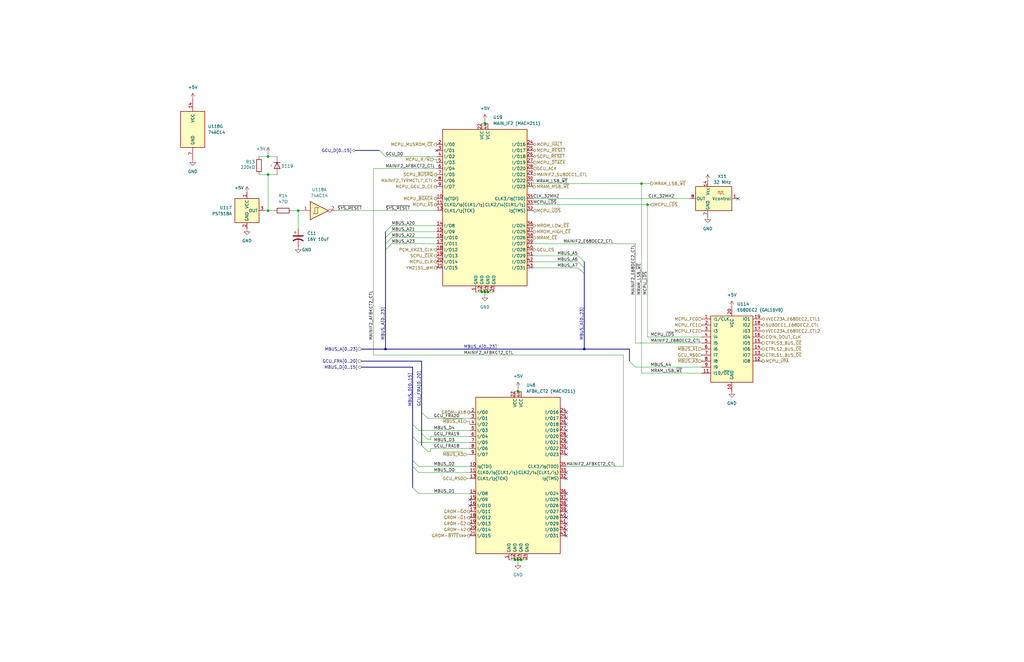
<source format=kicad_sch>
(kicad_sch (version 20231120) (generator "eeschema") (generator_version "8.0")
  (paper "B")
  (title_block (title "RA9704, Main IC and Bus Mgmt") (date "2024-12-30") (rev "003") (company "Coin-Op Collection") (comment 1 "Author: Brandon Arnold") (comment 2 "License: CC BY-NC-SA 4.0"))
  (lib_symbols
    (symbol "power:+5V" (power) (pin_numbers hide) (pin_names (offset 0) hide)
      (property "Value" "+5V" (at 0 3.556 0))
      (symbol "+5V_0_1"
        (polyline (pts (xy -0.762 1.27) (xy 0 2.54)))
        (polyline (pts (xy 0 0) (xy 0 2.54)))
        (polyline (pts (xy 0 2.54) (xy 0.762 1.27)))
      )
      (symbol "+5V_1_1"
        (pin power_in line (at 0 0 90) (length 0) (name "~") (number "1"))
      )
    )
    (symbol "power:GND" (power) (pin_numbers hide) (pin_names (offset 0) hide)
      (property "Value" "GND" (at 0 -3.81 0))
      (symbol "GND_0_1"
        (polyline (pts (xy 0 0) (xy 0 -1.27) (xy 1.27 -1.27) (xy 0 -2.54) (xy -1.27 -1.27) (xy 0 -1.27)))
      )
      (symbol "GND_1_1"
        (pin power_in line (at 0 0 270) (length 0) (name "~") (number "1"))
      )
    )
    (symbol "ra9704:74AC14" (pin_names (offset 1.016))
      (property "Reference" "U" (at 0 1.27 0))
      (property "Value" "74AC14" (at 0 -1.27 0))
      (symbol "74AC14_1_0"
        (polyline (pts (xy -3.81 3.81) (xy -3.81 -3.81) (xy 3.81 0) (xy -3.81 3.81)) (stroke (width 0.254)) (fill (type background)))
        (pin input line (at -7.62 0 0) (length 3.81) (name "~") (number "1"))
        (pin output inverted (at 7.62 0 180) (length 3.81) (name "~") (number "2"))
      )
      (symbol "74AC14_1_1"
        (polyline (pts (xy -1.905 -1.27) (xy -1.905 1.27) (xy -0.635 1.27)))
        (polyline (pts (xy -2.54 -1.27) (xy -0.635 -1.27) (xy -0.635 1.27) (xy 0 1.27)))
      )
      (symbol "74AC14_2_0"
        (polyline (pts (xy -3.81 3.81) (xy -3.81 -3.81) (xy 3.81 0) (xy -3.81 3.81)) (stroke (width 0.254)) (fill (type background)))
        (pin input line (at -7.62 0 0) (length 3.81) (name "~") (number "3"))
        (pin output inverted (at 7.62 0 180) (length 3.81) (name "~") (number "4"))
      )
      (symbol "74AC14_2_1"
        (polyline (pts (xy -1.905 -1.27) (xy -1.905 1.27) (xy -0.635 1.27)))
        (polyline (pts (xy -2.54 -1.27) (xy -0.635 -1.27) (xy -0.635 1.27) (xy 0 1.27)))
      )
      (symbol "74AC14_3_0"
        (polyline (pts (xy -3.81 3.81) (xy -3.81 -3.81) (xy 3.81 0) (xy -3.81 3.81)) (stroke (width 0.254)) (fill (type background)))
        (pin input line (at -7.62 0 0) (length 3.81) (name "~") (number "5"))
        (pin output inverted (at 7.62 0 180) (length 3.81) (name "~") (number "6"))
      )
      (symbol "74AC14_3_1"
        (polyline (pts (xy -1.905 -1.27) (xy -1.905 1.27) (xy -0.635 1.27)))
        (polyline (pts (xy -2.54 -1.27) (xy -0.635 -1.27) (xy -0.635 1.27) (xy 0 1.27)))
      )
      (symbol "74AC14_4_0"
        (polyline (pts (xy -3.81 3.81) (xy -3.81 -3.81) (xy 3.81 0) (xy -3.81 3.81)) (stroke (width 0.254)) (fill (type background)))
        (pin output inverted (at 7.62 0 180) (length 3.81) (name "~") (number "8"))
        (pin input line (at -7.62 0 0) (length 3.81) (name "~") (number "9"))
      )
      (symbol "74AC14_4_1"
        (polyline (pts (xy -1.905 -1.27) (xy -1.905 1.27) (xy -0.635 1.27)))
        (polyline (pts (xy -2.54 -1.27) (xy -0.635 -1.27) (xy -0.635 1.27) (xy 0 1.27)))
      )
      (symbol "74AC14_5_0"
        (polyline (pts (xy -3.81 3.81) (xy -3.81 -3.81) (xy 3.81 0) (xy -3.81 3.81)) (stroke (width 0.254)) (fill (type background)))
        (pin output inverted (at 7.62 0 180) (length 3.81) (name "~") (number "10"))
        (pin input line (at -7.62 0 0) (length 3.81) (name "~") (number "11"))
      )
      (symbol "74AC14_5_1"
        (polyline (pts (xy -1.905 -1.27) (xy -1.905 1.27) (xy -0.635 1.27)))
        (polyline (pts (xy -2.54 -1.27) (xy -0.635 -1.27) (xy -0.635 1.27) (xy 0 1.27)))
      )
      (symbol "74AC14_6_0"
        (polyline (pts (xy -3.81 3.81) (xy -3.81 -3.81) (xy 3.81 0) (xy -3.81 3.81)) (stroke (width 0.254)) (fill (type background)))
        (pin output inverted (at 7.62 0 180) (length 3.81) (name "~") (number "12"))
        (pin input line (at -7.62 0 0) (length 3.81) (name "~") (number "13"))
      )
      (symbol "74AC14_6_1"
        (polyline (pts (xy -1.905 -1.27) (xy -1.905 1.27) (xy -0.635 1.27)))
        (polyline (pts (xy -2.54 -1.27) (xy -0.635 -1.27) (xy -0.635 1.27) (xy 0 1.27)))
      )
      (symbol "74AC14_7_0"
        (pin power_in line (at 0 12.7 270) (length 5.08) (name "VCC") (number "14"))
        (pin power_in line (at 0 -12.7 90) (length 5.08) (name "GND") (number "7"))
      )
      (symbol "74AC14_7_1"
        (rectangle (start -5.08 7.62) (end 5.08 -7.62) (stroke (width 0.254)) (fill (type background)))
      )
    )
    (symbol "ra9704:C_Polarized_US_5mm" (pin_numbers hide) (pin_names (offset 0.254) hide)
      (property "Reference" "C" (at 0.635 2.54 0))
      (property "Value" "C_Polarized_US" (at 0.635 -2.54 0))
      (symbol "C_Polarized_US_5mm_0_1"
        (polyline (pts (xy -2.032 0.762) (xy 2.032 0.762)) (stroke (width 0.508)))
        (polyline (pts (xy -1.778 2.286) (xy -0.762 2.286)))
        (polyline (pts (xy -1.27 1.778) (xy -1.27 2.794)))
        (arc (start 2.032 -1.27) (mid 0 -0.5572) (end -2.032 -1.27) (stroke (width 0.508)))
      )
      (symbol "C_Polarized_US_5mm_1_1"
        (pin passive line (at 0 3.81 270) (length 2.794) (name "~") (number "1"))
        (pin passive line (at 0 -3.81 90) (length 3.302) (name "~") (number "2"))
      )
    )
    (symbol "ra9704:Diode" (pin_numbers hide) (pin_names hide)
      (property "Reference" "D" (at 0 2.54 0))
      (symbol "Diode_0_1"
        (polyline (pts (xy -1.27 1.27) (xy -1.27 -1.27)) (stroke (width 0.254)))
        (polyline (pts (xy 1.27 0) (xy -1.27 0)))
        (polyline (pts (xy 1.27 1.27) (xy 1.27 -1.27) (xy -1.27 0) (xy 1.27 1.27)) (stroke (width 0.254)))
      )
      (symbol "Diode_1_1"
        (pin passive line (at -3.81 0 0) (length 2.54) (name "K") (number "1"))
        (pin passive line (at 3.81 0 180) (length 2.54) (name "A") (number "2"))
      )
    )
    (symbol "ra9704:GAL16V8" (pin_names (offset 1.016))
      (property "Reference" "U" (at -8.89 16.51 0))
      (property "Value" "GAL16V8" (at 1.27 16.51 0))
      (symbol "GAL16V8_0_0"
        (pin power_in line (at 0 -17.78 90) (length 3.81) (name "GND") (number "10"))
        (pin power_in line (at 0 17.78 270) (length 3.81) (name "VCC") (number "20"))
      )
      (symbol "GAL16V8_0_1"
        (rectangle (start -8.89 13.97) (end 8.89 -13.97) (stroke (width 0.254)) (fill (type background)))
      )
      (symbol "GAL16V8_1_1"
        (pin input line (at -12.7 12.7 0) (length 3.81) (name "I1/CLK") (number "1"))
        (pin input line (at -12.7 -10.16 0) (length 3.81) (name "I10/~{OE}") (number "11"))
        (pin tri_state line (at 12.7 -5.08 180) (length 3.81) (name "IO8") (number "12"))
        (pin tri_state line (at 12.7 -2.54 180) (length 3.81) (name "IO7") (number "13"))
        (pin tri_state line (at 12.7 0 180) (length 3.81) (name "IO6") (number "14"))
        (pin tri_state line (at 12.7 2.54 180) (length 3.81) (name "IO5") (number "15"))
        (pin tri_state line (at 12.7 5.08 180) (length 3.81) (name "IO4") (number "16"))
        (pin tri_state line (at 12.7 7.62 180) (length 3.81) (name "I03") (number "17"))
        (pin tri_state line (at 12.7 10.16 180) (length 3.81) (name "IO2") (number "18"))
        (pin tri_state line (at 12.7 12.7 180) (length 3.81) (name "IO1") (number "19"))
        (pin input line (at -12.7 10.16 0) (length 3.81) (name "I2") (number "2"))
        (pin input line (at -12.7 7.62 0) (length 3.81) (name "I3") (number "3"))
        (pin input line (at -12.7 5.08 0) (length 3.81) (name "I4") (number "4"))
        (pin input line (at -12.7 2.54 0) (length 3.81) (name "I5") (number "5"))
        (pin input line (at -12.7 0 0) (length 3.81) (name "I6") (number "6"))
        (pin input line (at -12.7 -2.54 0) (length 3.81) (name "I7") (number "7"))
        (pin input line (at -12.7 -5.08 0) (length 3.81) (name "I8") (number "8"))
        (pin input line (at -12.7 -7.62 0) (length 3.81) (name "I9") (number "9"))
      )
    )
    (symbol "ra9704:MACH211"
      (property "Reference" "U" (at 5.842 34.036 0))
      (property "Value" "MACH211" (at 9.652 31.75 0))
      (symbol "MACH211_1_1"
        (rectangle (start -17.78 30.48) (end 17.78 -35.56) (stroke (width 0.254)) (fill (type background)))
        (pin power_in line (at -3.81 -38.1 90) (length 2.54) (name "GND") (number "1"))
        (pin tri_state line (at -20.32 1.27 0) (length 2.54) (name "I_{0}(TDI)") (number "10"))
        (pin tri_state line (at -20.32 -1.27 0) (length 2.54) (name "CLK0/I_{0}(CLK1/I_{1})") (number "11"))
        (pin power_in line (at -1.27 -38.1 90) (length 2.54) (name "GND") (number "12"))
        (pin tri_state line (at -20.32 -3.81 0) (length 2.54) (name "CLK1/I_{2}(TCK)") (number "13"))
        (pin tri_state line (at -20.32 -10.16 0) (length 2.54) (name "I/O8") (number "14"))
        (pin tri_state line (at -20.32 -12.7 0) (length 2.54) (name "I/O9") (number "15"))
        (pin tri_state line (at -20.32 -15.24 0) (length 2.54) (name "I/O10") (number "16"))
        (pin tri_state line (at -20.32 -17.78 0) (length 2.54) (name "I/O11") (number "17"))
        (pin tri_state line (at -20.32 -20.32 0) (length 2.54) (name "I/O12") (number "18"))
        (pin tri_state line (at -20.32 -22.86 0) (length 2.54) (name "I/O13") (number "19"))
        (pin tri_state line (at -20.32 24.13 0) (length 2.54) (name "I/O0") (number "2"))
        (pin tri_state line (at -20.32 -25.4 0) (length 2.54) (name "I/O14") (number "20"))
        (pin tri_state line (at -20.32 -27.94 0) (length 2.54) (name "I/O15") (number "21"))
        (pin power_in line (at -1.27 33.02 270) (length 2.54) (name "VCC") (number "22"))
        (pin tri_state line (at 20.32 24.13 180) (length 2.54) (name "I/O16") (number "24"))
        (pin tri_state line (at 20.32 21.59 180) (length 2.54) (name "I/O17") (number "25"))
        (pin tri_state line (at 20.32 19.05 180) (length 2.54) (name "I/O18") (number "26"))
        (pin tri_state line (at 20.32 16.51 180) (length 2.54) (name "I/O19") (number "27"))
        (pin tri_state line (at 20.32 13.97 180) (length 2.54) (name "I/O20") (number "28"))
        (pin tri_state line (at 20.32 11.43 180) (length 2.54) (name "I/O21") (number "29"))
        (pin tri_state line (at -20.32 21.59 0) (length 2.54) (name "I/O1") (number "3"))
        (pin tri_state line (at 20.32 8.89 180) (length 2.54) (name "I/O22") (number "30"))
        (pin tri_state line (at 20.32 6.35 180) (length 2.54) (name "I/O23") (number "31"))
        (pin tri_state line (at 20.32 -3.81 180) (length 2.54) (name "I_{3}(TMS)") (number "32"))
        (pin tri_state line (at 20.32 -1.27 180) (length 2.54) (name "CLK2/I_{4}(CLK1/I_{1})") (number "33"))
        (pin power_in line (at 1.27 -38.1 90) (length 2.54) (name "GND") (number "34"))
        (pin power_in line (at 3.81 -38.1 90) (length 2.54) (name "GND") (number "34"))
        (pin tri_state line (at 20.32 1.27 180) (length 2.54) (name "CLK3/I_{5}(TDO)") (number "35"))
        (pin tri_state line (at 20.32 -10.16 180) (length 2.54) (name "I/O24") (number "36"))
        (pin tri_state line (at 20.32 -12.7 180) (length 2.54) (name "I/O25") (number "37"))
        (pin tri_state line (at 20.32 -15.24 180) (length 2.54) (name "I/O26") (number "38"))
        (pin tri_state line (at 20.32 -17.78 180) (length 2.54) (name "I/O27") (number "39"))
        (pin tri_state line (at -20.32 19.05 0) (length 2.54) (name "I/O2") (number "4"))
        (pin tri_state line (at 20.32 -20.32 180) (length 2.54) (name "I/O28") (number "40"))
        (pin tri_state line (at 20.32 -22.86 180) (length 2.54) (name "I/O29") (number "41"))
        (pin tri_state line (at 20.32 -25.4 180) (length 2.54) (name "I/O30") (number "42"))
        (pin tri_state line (at 20.32 -27.94 180) (length 2.54) (name "I/O31") (number "43"))
        (pin power_in line (at 1.27 33.02 270) (length 2.54) (name "VCC") (number "44"))
        (pin tri_state line (at -20.32 16.51 0) (length 2.54) (name "I/O3") (number "5"))
        (pin tri_state line (at -20.32 13.97 0) (length 2.54) (name "I/O4") (number "6"))
        (pin tri_state line (at -20.32 11.43 0) (length 2.54) (name "I/O5") (number "7"))
        (pin tri_state line (at -20.32 8.89 0) (length 2.54) (name "I/O6") (number "8"))
        (pin tri_state line (at -20.32 6.35 0) (length 2.54) (name "I/O7") (number "9"))
      )
    )
    (symbol "ra9704:Oscillator" (pin_names (offset 0.254))
      (property "Reference" "X" (at -5.08 6.35 0))
      (property "Value" "Oscillator" (at 1.27 -6.35 0))
      (symbol "Oscillator_0_1"
        (rectangle (start -10.16 5.08) (end 5.08 -5.08) (stroke (width 0.254)) (fill (type background)))
        (polyline (pts (xy -6.985 1.905) (xy -6.35 1.905) (xy -6.35 3.175) (xy -5.715 3.175) (xy -5.715 1.905) (xy -5.08 1.905) (xy -5.08 3.175) (xy -4.445 3.175) (xy -4.445 1.905)))
      )
      (symbol "Oscillator_1_1"
        (pin input line (at -12.7 0 0) (length 2.54) (name "Vcontrol") (number "1"))
        (pin power_in line (at 0 7.62 270) (length 2.54) (name "Vcc") (number "14"))
        (pin power_in line (at 0 -7.62 90) (length 2.54) (name "GND") (number "7"))
        (pin output line (at 7.62 0 180) (length 2.54) (name "OUT") (number "8"))
      )
    )
    (symbol "ra9704:PST518A"
      (property "Reference" "U" (at 0 0 0))
      (property "Value" "PST518A" (at 0 0 0))
      (symbol "PST518A_0_1"
        (rectangle (start -5.08 5.08) (end 5.08 -5.08) (stroke (width 0.254)) (fill (type background)))
      )
      (symbol "PST518A_1_1"
        (pin power_in line (at 0 7.62 270) (length 2.54) (name "VCC") (number "1"))
        (pin power_in line (at 0 -7.62 90) (length 2.54) (name "GND") (number "2"))
        (pin power_out line (at 7.62 0 180) (length 2.54) (name "OUT") (number "3"))
      )
    )
    (symbol "ra9704:R" (pin_numbers hide) (pin_names (offset 0))
      (property "Reference" "R" (at 2.032 0 90))
      (property "Value" "R" (at 0 0 90))
      (symbol "R_0_1"
        (rectangle (start -1.016 -2.54) (end 1.016 2.54) (stroke (width 0.254)))
      )
      (symbol "R_1_1"
        (pin passive line (at 0 3.81 270) (length 1.27) (name "~") (number "1"))
        (pin passive line (at 0 -3.81 90) (length 1.27) (name "~") (number "2"))
      )
    )
  )
  (junction (at 219.71 236.22))
  (junction (at 162.56 147.32))
  (junction (at 205.74 123.19))
  (junction (at 218.44 236.22))
  (junction (at 204.47 52.07))
  (junction (at 113.03 66.04))
  (junction (at 270.51 77.47))
  (junction (at 273.05 86.36))
  (junction (at 217.17 236.22))
  (junction (at 218.44 165.1))
  (junction (at 125.73 88.9))
  (junction (at 246.38 147.32))
  (junction (at 113.03 73.66))
  (junction (at 113.03 88.9))
  (junction (at 203.2 123.19))
  (junction (at 204.47 123.19))
  (no_connect (at 238.76 189.23))
  (no_connect (at 238.76 208.28))
  (no_connect (at 238.76 179.07))
  (no_connect (at 238.76 186.69))
  (no_connect (at 238.76 215.9))
  (no_connect (at 238.76 218.44))
  (no_connect (at 238.76 223.52))
  (no_connect (at 238.76 226.06))
  (no_connect (at 184.15 63.5))
  (no_connect (at 238.76 201.93))
  (no_connect (at 238.76 213.36))
  (no_connect (at 238.76 210.82))
  (no_connect (at 238.76 199.39))
  (no_connect (at 238.76 181.61))
  (no_connect (at 311.15 83.82))
  (no_connect (at 198.12 213.36))
  (no_connect (at 238.76 191.77))
  (no_connect (at 238.76 173.99))
  (no_connect (at 238.76 176.53))
  (no_connect (at 238.76 220.98))
  (no_connect (at 198.12 210.82))
  (no_connect (at 238.76 184.15))
  (bus_entry (at 173.99 184.15) (size 2.54 2.54))
  (bus_entry (at 173.99 179.07) (size 2.54 2.54))
  (bus_entry (at 165.1 95.25) (size -2.54 2.54))
  (bus_entry (at 160.02 63.5) (size 2.54 2.54))
  (bus_entry (at 265.43 152.4) (size 2.54 2.54))
  (bus_entry (at 243.84 110.49) (size 2.54 2.54))
  (bus_entry (at 165.1 102.87) (size -2.54 2.54))
  (bus_entry (at 165.1 97.79) (size -2.54 2.54))
  (bus_entry (at 177.8 187.96) (size 2.54 2.54))
  (bus_entry (at 173.99 196.85) (size 2.54 2.54))
  (bus_entry (at 243.84 107.95) (size 2.54 2.54))
  (bus_entry (at 173.99 205.74) (size 2.54 2.54))
  (bus_entry (at 243.84 113.03) (size 2.54 2.54))
  (bus_entry (at 173.99 194.31) (size 2.54 2.54))
  (bus_entry (at 165.1 100.33) (size -2.54 2.54))
  (bus_entry (at 177.8 182.88) (size 2.54 2.54))
  (bus_entry (at 177.8 173.99) (size 2.54 2.54))
  (wire (pts (xy 224.79 77.47) (xy 270.51 77.47)))
  (wire (pts (xy 262.89 149.86) (xy 262.89 196.85)))
  (wire (pts (xy 270.51 77.47) (xy 274.32 77.47)))
  (wire (pts (xy 113.03 73.66) (xy 116.84 73.66)))
  (wire (pts (xy 176.53 199.39) (xy 198.12 199.39)))
  (wire (pts (xy 274.32 86.36) (xy 273.05 86.36)))
  (wire (pts (xy 224.79 107.95) (xy 243.84 107.95)))
  (wire (pts (xy 204.47 52.07) (xy 203.2 52.07)))
  (wire (pts (xy 157.48 71.12) (xy 157.48 149.86)))
  (bus (pts (xy 177.8 152.4) (xy 177.8 173.99)))
  (bus (pts (xy 173.99 184.15) (xy 173.99 179.07)))
  (bus (pts (xy 246.38 113.03) (xy 246.38 115.57)))
  (wire (pts (xy 218.44 163.83) (xy 218.44 165.1)))
  (wire (pts (xy 113.03 66.04) (xy 116.84 66.04)))
  (wire (pts (xy 176.53 208.28) (xy 198.12 208.28)))
  (wire (pts (xy 198.12 177.8) (xy 198.12 179.07)))
  (wire (pts (xy 270.51 77.47) (xy 270.51 157.48)))
  (wire (pts (xy 113.03 73.66) (xy 113.03 88.9)))
  (wire (pts (xy 218.44 236.22) (xy 217.17 236.22)))
  (wire (pts (xy 196.85 201.93) (xy 198.12 201.93)))
  (wire (pts (xy 162.56 66.04) (xy 184.15 66.04)))
  (wire (pts (xy 203.2 123.19) (xy 200.66 123.19)))
  (wire (pts (xy 157.48 71.12) (xy 184.15 71.12)))
  (wire (pts (xy 273.05 86.36) (xy 224.79 86.36)))
  (wire (pts (xy 181.61 185.42) (xy 181.61 184.15)))
  (wire (pts (xy 181.61 190.5) (xy 181.61 189.23)))
  (bus (pts (xy 265.43 147.32) (xy 265.43 152.4)))
  (bus (pts (xy 162.56 97.79) (xy 162.56 100.33)))
  (wire (pts (xy 218.44 237.49) (xy 218.44 236.22)))
  (wire (pts (xy 165.1 97.79) (xy 184.15 97.79)))
  (wire (pts (xy 204.47 123.19) (xy 203.2 123.19)))
  (wire (pts (xy 205.74 123.19) (xy 208.28 123.19)))
  (wire (pts (xy 224.79 113.03) (xy 243.84 113.03)))
  (wire (pts (xy 181.61 184.15) (xy 198.12 184.15)))
  (wire (pts (xy 196.85 191.77) (xy 198.12 191.77)))
  (bus (pts (xy 177.8 187.96) (xy 177.8 182.88)))
  (wire (pts (xy 267.97 144.78) (xy 295.91 144.78)))
  (wire (pts (xy 165.1 102.87) (xy 184.15 102.87)))
  (wire (pts (xy 125.73 96.52) (xy 125.73 88.9)))
  (wire (pts (xy 224.79 110.49) (xy 243.84 110.49)))
  (wire (pts (xy 109.22 73.66) (xy 113.03 73.66)))
  (wire (pts (xy 270.51 157.48) (xy 295.91 157.48)))
  (wire (pts (xy 184.15 67.31) (xy 182.88 67.31)))
  (bus (pts (xy 173.99 179.07) (xy 173.99 154.94)))
  (wire (pts (xy 224.79 83.82) (xy 290.83 83.82)))
  (bus (pts (xy 162.56 100.33) (xy 162.56 102.87)))
  (wire (pts (xy 224.79 102.87) (xy 267.97 102.87)))
  (wire (pts (xy 181.61 189.23) (xy 198.12 189.23)))
  (wire (pts (xy 180.34 190.5) (xy 181.61 190.5)))
  (wire (pts (xy 204.47 50.8) (xy 204.47 52.07)))
  (wire (pts (xy 165.1 100.33) (xy 184.15 100.33)))
  (bus (pts (xy 246.38 147.32) (xy 162.56 147.32)))
  (wire (pts (xy 218.44 165.1) (xy 217.17 165.1)))
  (wire (pts (xy 142.24 88.9) (xy 184.15 88.9)))
  (wire (pts (xy 196.85 177.8) (xy 198.12 177.8)))
  (wire (pts (xy 176.53 186.69) (xy 198.12 186.69)))
  (wire (pts (xy 218.44 236.22) (xy 219.71 236.22)))
  (bus (pts (xy 152.4 154.94) (xy 173.99 154.94)))
  (wire (pts (xy 273.05 142.24) (xy 295.91 142.24)))
  (bus (pts (xy 162.56 102.87) (xy 162.56 105.41)))
  (wire (pts (xy 218.44 165.1) (xy 219.71 165.1)))
  (bus (pts (xy 173.99 205.74) (xy 173.99 196.85)))
  (wire (pts (xy 127 88.9) (xy 125.73 88.9)))
  (bus (pts (xy 149.86 63.5) (xy 160.02 63.5)))
  (wire (pts (xy 176.53 196.85) (xy 198.12 196.85)))
  (bus (pts (xy 173.99 194.31) (xy 173.99 184.15)))
  (wire (pts (xy 224.79 77.47) (xy 224.79 76.2)))
  (bus (pts (xy 162.56 105.41) (xy 162.56 147.32)))
  (bus (pts (xy 246.38 115.57) (xy 246.38 147.32)))
  (wire (pts (xy 204.47 124.46) (xy 204.47 123.19)))
  (wire (pts (xy 273.05 86.36) (xy 273.05 142.24)))
  (wire (pts (xy 184.15 67.31) (xy 184.15 68.58)))
  (wire (pts (xy 238.76 196.85) (xy 262.89 196.85)))
  (wire (pts (xy 205.74 123.19) (xy 204.47 123.19)))
  (wire (pts (xy 267.97 102.87) (xy 267.97 144.78)))
  (bus (pts (xy 177.8 182.88) (xy 177.8 173.99)))
  (bus (pts (xy 152.4 147.32) (xy 162.56 147.32)))
  (wire (pts (xy 219.71 236.22) (xy 222.25 236.22)))
  (wire (pts (xy 180.34 176.53) (xy 198.12 176.53)))
  (wire (pts (xy 113.03 88.9) (xy 111.76 88.9)))
  (wire (pts (xy 205.74 52.07) (xy 204.47 52.07)))
  (wire (pts (xy 113.03 64.77) (xy 113.03 66.04)))
  (wire (pts (xy 165.1 95.25) (xy 184.15 95.25)))
  (bus (pts (xy 246.38 147.32) (xy 265.43 147.32)))
  (wire (pts (xy 109.22 66.04) (xy 113.03 66.04)))
  (wire (pts (xy 125.73 88.9) (xy 123.19 88.9)))
  (wire (pts (xy 217.17 236.22) (xy 214.63 236.22)))
  (wire (pts (xy 267.97 154.94) (xy 295.91 154.94)))
  (wire (pts (xy 115.57 88.9) (xy 113.03 88.9)))
  (wire (pts (xy 157.48 149.86) (xy 262.89 149.86)))
  (wire (pts (xy 180.34 185.42) (xy 181.61 185.42)))
  (bus (pts (xy 246.38 110.49) (xy 246.38 113.03)))
  (wire (pts (xy 176.53 181.61) (xy 198.12 181.61)))
  (bus (pts (xy 173.99 196.85) (xy 173.99 194.31)))
  (bus (pts (xy 152.4 152.4) (xy 177.8 152.4)))
  (label "MBUS_D2" (at 182.88 196.85 0))
  (label "MBUS_A22" (at 165.1 100.33 0))
  (label "~{SYS_RESET}" (at 142.24 88.9 0))
  (label "MBUS_D4" (at 182.88 181.61 0))
  (label "MBUS_A[0..23]" (at 195.58 147.32 0))
  (label "MBUS_D1" (at 182.88 208.28 0))
  (label "MCPU_~{LDS}" (at 273.05 124.46 90))
  (label "MAINIF2_E68DEC2_CTL" (at 274.32 144.78 0))
  (label "CLK_32MHZ" (at 224.79 83.82 0))
  (label "MRAM_LSB_~{WE}" (at 274.32 157.48 0))
  (label "GCU_FRA19" (at 182.88 184.15 0))
  (label "MBUS_D0" (at 182.88 199.39 0))
  (label "MBUS_A7" (at 234.95 113.03 0))
  (label "MBUS_A[0..23]" (at 246.38 143.51 90))
  (label "GCU_D0" (at 162.56 66.04 0))
  (label "MBUS_A6" (at 234.95 110.49 0))
  (label "MBUS_A21" (at 165.1 97.79 0))
  (label "GCU_FRA18" (at 182.88 189.23 0))
  (label "MBUS_A[0..23]" (at 162.56 143.51 90))
  (label "MAINIF2_E68DEC2_CTL" (at 267.97 124.46 90))
  (label "MBUS_A5" (at 234.95 107.95 0))
  (label "MBUS_D3" (at 182.88 186.69 0))
  (label "MAINIF2_AFBKCT2_CTL" (at 238.76 196.85 0))
  (label "MRAM_LSB_~{WE}" (at 226.06 77.47 0))
  (label "MAINIF2_E68DEC2_CTL" (at 237.49 102.87 0))
  (label "MCPU_~{LDS}" (at 224.79 86.36 0))
  (label "MAINIF2_AFBKCT2_CTL" (at 195.58 149.86 0))
  (label "GCU_FRA[0..20]" (at 177.8 171.45 90))
  (label "MRAM_LSB_~{WE}" (at 270.51 124.46 90))
  (label "MBUS_A20" (at 165.1 95.25 0))
  (label "CLK_32MHZ" (at 284.48 83.82 180))
  (label "MBUS_A23" (at 165.1 102.87 0))
  (label "MAINIF2_AFBKCT2_CTL" (at 157.48 143.51 90))
  (label "~{SYS_RESET}" (at 162.56 88.9 0))
  (label "MCPU_~{LDS}" (at 274.32 142.24 0))
  (label "MAINIF2_AFBKCT2_CTL" (at 162.56 71.12 0))
  (label "MBUS_A4" (at 274.32 154.94 0))
  (label "GCU_FRA20" (at 182.88 176.53 0))
  (label "MBUS_D[0..15]" (at 173.99 171.45 90))
  (hierarchical_label "GROM-~{G}1" (shape output) (at 198.12 218.44 180))
  (hierarchical_label "~{MBUS_A1}" (shape input) (at 295.91 147.32 180))
  (hierarchical_label "GROM-~{G}0" (shape output) (at 198.12 215.9 180))
  (hierarchical_label "MCPU_~{VPA}" (shape output) (at 321.31 152.4 0))
  (hierarchical_label "MAINIF2_SUBDEC1_CTL" (shape bidirectional) (at 224.79 73.66 0))
  (hierarchical_label "SCPU_~{RESET}" (shape bidirectional) (at 224.79 66.04 0))
  (hierarchical_label "CTRLS2_BUS_~{OE}" (shape output) (at 321.31 147.32 0))
  (hierarchical_label "MCPU_CLK" (shape output) (at 184.15 110.49 180))
  (hierarchical_label "COIN_DOUT_CLK" (shape output) (at 321.31 142.24 0))
  (hierarchical_label "GCU_D[0..15]" (shape bidirectional) (at 149.86 63.5 180))
  (hierarchical_label "MCPU_MUSROM_~{CE}" (shape output) (at 184.15 60.96 180))
  (hierarchical_label "MBUS_A[0..23]" (shape input) (at 152.4 147.32 180))
  (hierarchical_label "GCU_FRA[0..20]" (shape input) (at 152.4 152.4 180))
  (hierarchical_label "GCU_ACK" (shape input) (at 224.79 71.12 0))
  (hierarchical_label "PCM_EX23_CLK" (shape output) (at 184.15 105.41 180))
  (hierarchical_label "GROM-~{G}2" (shape output) (at 198.12 220.98 180))
  (hierarchical_label "GROM-~{BYTE}V_{PP}" (shape output) (at 198.12 226.06 180))
  (hierarchical_label "SCPU_~{CLK}" (shape output) (at 184.15 107.95 180))
  (hierarchical_label "MCPU_FC0" (shape input) (at 295.91 134.62 180))
  (hierarchical_label "MCPU_~{AS}" (shape output) (at 184.15 86.36 180))
  (hierarchical_label "~{MBUS_A3}" (shape input) (at 295.91 152.4 180))
  (hierarchical_label "GROM-A18" (shape output) (at 198.12 173.99 180))
  (hierarchical_label "VVEC23A_E68DEC2_CTL1" (shape bidirectional) (at 321.31 134.62 0))
  (hierarchical_label "VVEC23A_E68DEC2_CTL2" (shape bidirectional) (at 321.31 139.7 0))
  (hierarchical_label "MCPU_FC2" (shape input) (at 295.91 139.7 180))
  (hierarchical_label "MCPU_GCU_D_CE" (shape output) (at 184.15 78.74 180))
  (hierarchical_label "MCPU_~{LDS}" (shape input) (at 274.32 86.36 0))
  (hierarchical_label "MCPU_FC1" (shape input) (at 295.91 137.16 180))
  (hierarchical_label "CTRLS3_BUS_~{OE}" (shape output) (at 321.31 144.78 0))
  (hierarchical_label "MAINIF2_TVRMCTL7_CTL" (shape bidirectional) (at 184.15 76.2 180))
  (hierarchical_label "GROM-42" (shape output) (at 198.12 223.52 180))
  (hierarchical_label "MCPU_~{HALT}" (shape bidirectional) (at 224.79 60.96 0))
  (hierarchical_label "MROM_HIGH_~{CE}" (shape output) (at 224.79 97.79 0))
  (hierarchical_label "MROM_LOW_~{CE}" (shape output) (at 224.79 95.25 0))
  (hierarchical_label "YM2151_⌀M" (shape output) (at 184.15 113.03 180))
  (hierarchical_label "MRAM_LSB_~{WE}" (shape output) (at 274.32 77.47 0))
  (hierarchical_label "~{MBUS_A1}" (shape input) (at 196.85 177.8 180))
  (hierarchical_label "MBUS_D[0..15]" (shape bidirectional) (at 152.4 154.94 180))
  (hierarchical_label "MCPU_~{RESET}" (shape bidirectional) (at 224.79 63.5 0))
  (hierarchical_label "MCPU_R{slash}~{W}" (shape input) (at 182.88 67.31 180))
  (hierarchical_label "GCU_RS0" (shape input) (at 295.91 149.86 180))
  (hierarchical_label "GCU_RS0" (shape input) (at 196.85 201.93 180))
  (hierarchical_label "MCPU_~{BGACK}" (shape output) (at 184.15 83.82 180))
  (hierarchical_label "SCPU_~{BUSRQ}" (shape output) (at 184.15 73.66 180))
  (hierarchical_label "MCPU_~{UDS}" (shape input) (at 224.79 88.9 0))
  (hierarchical_label "MRAM_MSB_~{WE}" (shape output) (at 224.79 78.74 0))
  (hierarchical_label "CTRLS1_BUS_~{OE}" (shape output) (at 321.31 149.86 0))
  (hierarchical_label "GCU_CS" (shape output) (at 224.79 105.41 0))
  (hierarchical_label "SUBDEC1_E68DEC2_CTL" (shape bidirectional) (at 321.31 137.16 0))
  (hierarchical_label "MCPU_~{DTACK}" (shape input) (at 224.79 68.58 0))
  (hierarchical_label "~{MBUS_A3}" (shape input) (at 196.85 191.77 180))
  (hierarchical_label "MRAM_~{CE}" (shape output) (at 224.79 100.33 0))
  (symbol (lib_id "power:+5V") (at 308.61 129.54 0) (unit 1)
    (property "Reference" "#PWR012" (effects (hide yes)))
    (property "Value" "+5V" (at 308.61 124.46 0))
    (property "Description" "Power symbol creates a global label with name \"+5V\"" (effects (hide yes)))
  )
  (symbol (lib_id "ra9704:MACH211") (at 204.47 85.09 0) (unit 1)
    (property "Reference" "U19" (at 207.9341 49.53 0) (effects (justify left)))
    (property "Value" "MAIN_IF2 (MACH211)" (at 207.9341 52.07 0) (effects (justify left)))
    (property "Footprint" "ra9704:PLCC-44" (effects (hide yes)))
    (property "Datasheet" "https://static.brandonarnold.com/projects/batrider/MACH1.PDF" (effects (hide yes)))
    (property "Description" "MACH1 Family CPLD" (effects (hide yes)))
  )
  (symbol (lib_id "power:+5V") (at 204.47 50.8 0) (unit 1)
    (property "Reference" "#PWR0114" (effects (hide yes)))
    (property "Value" "+5V" (at 204.47 45.72 0))
    (property "Description" "Power symbol creates a global label with name \"+5V\"" (effects (hide yes)))
  )
  (symbol (lib_id "power:GND") (at 204.47 124.46 0) (unit 1)
    (property "Reference" "#PWR0122" (effects (hide yes)))
    (property "Value" "GND" (at 204.47 129.54 0))
    (property "Description" "Power symbol creates a global label with name \"GND\" , ground" (effects (hide yes)))
  )
  (symbol (lib_id "ra9704:Diode") (at 116.84 69.85 270) (unit 1)
    (property "Reference" "D119" (at 121.158 70.104 90))
    (property "Value" "~" (at 114.3 69.85 0))
    (property "Footprint" "ra9704:D_DO-34_SOD68_P10.16mm_Horizontal" (effects (hide yes)))
    (property "Description" "Diode" (effects (hide yes)))
    (property "Sim.Device" "D" (effects (hide yes)))
    (property "Sim.Pins" "1=K 2=A" (effects (hide yes)))
  )
  (symbol (lib_id "power:+5V") (at 218.44 163.83 0) (unit 1)
    (property "Reference" "#PWR0162" (effects (hide yes)))
    (property "Value" "+5V" (at 218.44 158.75 0))
    (property "Description" "Power symbol creates a global label with name \"+5V\"" (effects (hide yes)))
  )
  (symbol (lib_id "power:+5V") (at 104.14 81.28 0) (unit 1)
    (property "Reference" "#PWR070" (effects (hide yes)))
    (property "Value" "+5V" (at 100.838 79.248 0))
    (property "Description" "Power symbol creates a global label with name \"+5V\"" (effects (hide yes)))
  )
  (symbol (lib_id "ra9704:C_Polarized_US_5mm") (at 125.73 100.33 0) (unit 1)
    (property "Reference" "C11" (at 129.54 98.4249 0) (effects (justify left)))
    (property "Value" "16V 10uF" (at 129.54 100.9649 0) (effects (justify left)))
    (property "Footprint" "ra9704:CP_Radial_D5.0mm_P2.50mm" (effects (hide yes)))
    (property "Description" "Polarized capacitor, US symbol" (effects (hide yes)))
  )
  (symbol (lib_id "ra9704:Oscillator") (at 298.45 83.82 0) (mirror y) (unit 1)
    (property "Reference" "X11" (at 304.546 74.422 0))
    (property "Value" "32 MHz" (at 304.546 76.962 0))
    (property "Footprint" "Oscillator:Oscillator_DIP-14" (effects (hide yes)))
    (property "Datasheet" "http://www.petermann-technik.de/fileadmin/petermann/pdf/crystal-oscillators/OCXO-14_PETERMANN-TECHNIK.pdf" (effects (hide yes)))
    (property "Description" "Voltage-Controlled Crystal Clock Oscillator, DIP14-style metal package" (effects (hide yes)))
  )
  (symbol (lib_id "ra9704:GAL16V8") (at 308.61 147.32 0) (unit 1)
    (property "Reference" "U114" (at 310.8041 128.27 0) (effects (justify left)))
    (property "Value" "E68DEC2 (GAL16V8)" (at 310.8041 130.81 0) (effects (justify left)))
    (property "Footprint" "ra9704:DIP-20_W7.62mm" (effects (hide yes)))
    (property "Datasheet" "https://static.brandonarnold.com/projects/batrider/GAL16V8.PDF" (effects (hide yes)))
    (property "Description" "Programmable Logic Array, DIP-20/SOIC-20/PLCC-20" (effects (hide yes)))
  )
  (symbol (lib_id "ra9704:74AC14") (at 81.28 54.61 0) (unit 7)
    (property "Reference" "U118" (at 87.63 53.3399 0) (effects (justify left)))
    (property "Value" "74AC14" (at 87.63 55.8799 0) (effects (justify left)))
    (property "Footprint" "ra9704:DIP-14_W7.62mm" (effects (hide yes)))
    (property "Datasheet" "https://static.brandonarnold.com/projects/batrider/74AC14.pdf" (effects (hide yes)))
    (property "Description" "Hex Inverter with Schmitt Trigger Input" (effects (hide yes)))
  )
  (symbol (lib_id "power:+5V") (at 298.45 76.2 0) (mirror y) (unit 1)
    (property "Reference" "#PWR0123" (effects (hide yes)))
    (property "Value" "+5V" (effects (hide yes)))
    (property "Description" "Power symbol creates a global label with name \"+5V\"" (effects (hide yes)))
  )
  (symbol (lib_id "ra9704:R") (at 109.22 69.85 180) (unit 1)
    (property "Reference" "R13" (at 103.632 68.326 0) (effects (justify right)))
    (property "Value" "220kΩ" (at 101.346 70.612 0) (effects (justify right)))
    (property "Footprint" "ra9704:R_Axial_DIN0204_L3.6mm_D1.6mm_P5.08mm_Horizontal" (effects (hide yes)))
    (property "Description" "Resistor" (effects (hide yes)))
  )
  (symbol (lib_id "power:GND") (at 218.44 237.49 0) (unit 1)
    (property "Reference" "#PWR0173" (effects (hide yes)))
    (property "Value" "GND" (at 218.44 242.57 0))
    (property "Description" "Power symbol creates a global label with name \"GND\" , ground" (effects (hide yes)))
  )
  (symbol (lib_id "power:+5V") (at 113.03 64.77 0) (unit 1)
    (property "Reference" "#PWR080" (effects (hide yes)))
    (property "Value" "+5V" (at 109.982 62.738 0))
    (property "Description" "Power symbol creates a global label with name \"+5V\"" (effects (hide yes)))
  )
  (symbol (lib_id "power:GND") (at 81.28 67.31 0) (unit 1)
    (property "Reference" "#PWR0106" (effects (hide yes)))
    (property "Value" "GND" (at 81.28 72.39 0))
    (property "Description" "Power symbol creates a global label with name \"GND\" , ground" (effects (hide yes)))
  )
  (symbol (lib_id "ra9704:74AC14") (at 134.62 88.9 0) (unit 1)
    (property "Reference" "U118" (at 134.62 80.01 0))
    (property "Value" "74AC14" (at 134.62 82.55 0))
    (property "Footprint" "ra9704:DIP-14_W7.62mm" (effects (hide yes)))
    (property "Datasheet" "https://static.brandonarnold.com/projects/batrider/74AC14.pdf" (effects (hide yes)))
    (property "Description" "Hex Inverter with Schmitt Trigger Input" (effects (hide yes)))
  )
  (symbol (lib_id "ra9704:R") (at 119.38 88.9 270) (unit 1)
    (property "Reference" "R14" (at 119.38 82.55 90))
    (property "Value" "47Ω" (at 119.38 85.09 90))
    (property "Footprint" "ra9704:R_Axial_DIN0204_L3.6mm_D1.6mm_P5.08mm_Horizontal" (effects (hide yes)))
    (property "Description" "Resistor" (effects (hide yes)))
  )
  (symbol (lib_id "ra9704:MACH211") (at 218.44 198.12 0) (unit 1)
    (property "Reference" "U48" (at 221.9041 162.56 0) (effects (justify left)))
    (property "Value" "AFBK_CT2 (MACH211)" (at 221.9041 165.1 0) (effects (justify left)))
    (property "Footprint" "ra9704:PLCC-44" (effects (hide yes)))
    (property "Datasheet" "https://static.brandonarnold.com/projects/batrider/MACH1.PDF" (effects (hide yes)))
    (property "Description" "MACH1 Family CPLD" (effects (hide yes)))
  )
  (symbol (lib_id "power:GND") (at 104.14 96.52 0) (unit 1)
    (property "Reference" "#PWR071" (effects (hide yes)))
    (property "Value" "GND" (at 104.14 101.6 0))
    (property "Description" "Power symbol creates a global label with name \"GND\" , ground" (effects (hide yes)))
  )
  (symbol (lib_id "power:GND") (at 308.61 165.1 0) (unit 1)
    (property "Reference" "#PWR069" (effects (hide yes)))
    (property "Value" "GND" (at 308.61 170.18 0))
    (property "Description" "Power symbol creates a global label with name \"GND\" , ground" (effects (hide yes)))
  )
  (symbol (lib_id "ra9704:PST518A") (at 104.14 88.9 0) (unit 1)
    (property "Reference" "U117" (at 97.79 87.6299 0) (effects (justify right)))
    (property "Value" "PST518A" (at 97.79 90.1699 0) (effects (justify right)))
    (property "Footprint" "ra9704:TO-92L_Inline_Wide" (effects (hide yes)))
    (property "Datasheet" "https://static.brandonarnold.com/projects/batrider/PST518A.PDF" (effects (hide yes)))
    (property "Description" "System Reset IC" (effects (hide yes)))
  )
  (symbol (lib_id "power:+5V") (at 81.28 41.91 0) (unit 1)
    (property "Reference" "#PWR0105" (effects (hide yes)))
    (property "Value" "+5V" (at 81.28 36.83 0))
    (property "Description" "Power symbol creates a global label with name \"+5V\"" (effects (hide yes)))
  )
  (symbol (lib_id "power:GND") (at 125.73 104.14 0) (unit 1)
    (property "Reference" "#PWR0104" (effects (hide yes)))
    (property "Value" "GND" (at 129.286 105.41 0))
    (property "Description" "Power symbol creates a global label with name \"GND\" , ground" (effects (hide yes)))
  )
  (symbol (lib_id "power:GND") (at 298.45 91.44 0) (mirror y) (unit 1)
    (property "Reference" "#PWR0140" (effects (hide yes)))
    (property "Value" "GND" (at 298.45 96.52 0))
    (property "Description" "Power symbol creates a global label with name \"GND\" , ground" (effects (hide yes)))
  )
)
</source>
